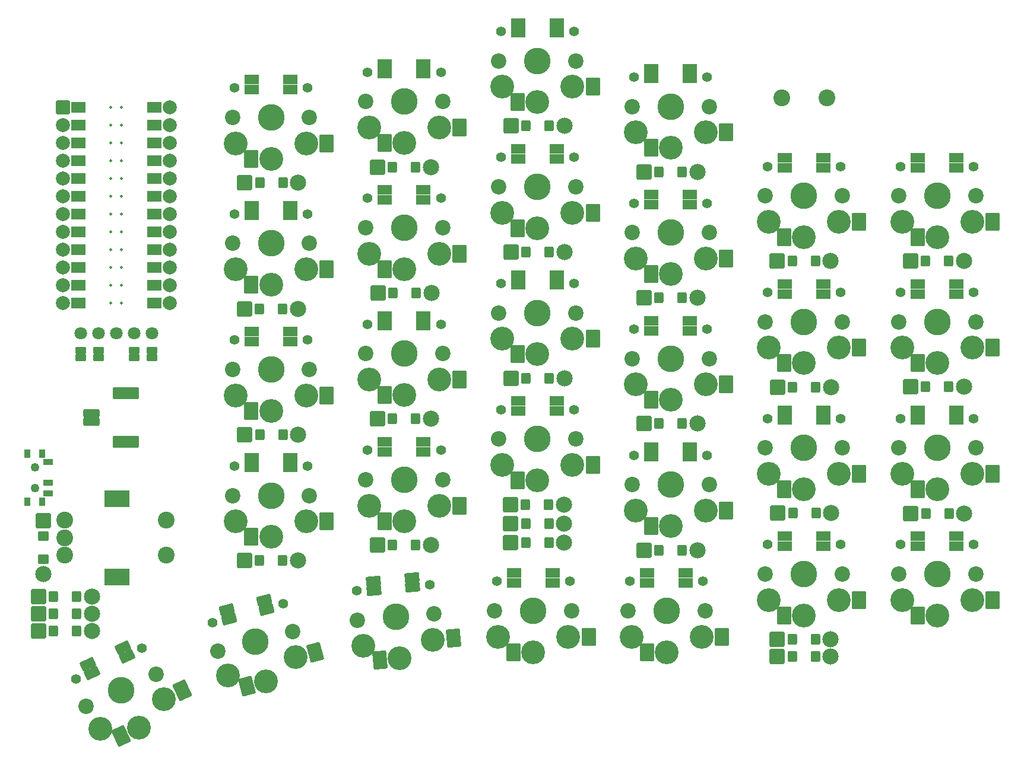
<source format=gts>
G04 #@! TF.GenerationSoftware,KiCad,Pcbnew,6.0.2+dfsg-1*
G04 #@! TF.CreationDate,2022-11-14T21:07:20+00:00*
G04 #@! TF.ProjectId,Jocket_Split_LP,4a6f636b-6574-45f5-9370-6c69745f4c50,rev?*
G04 #@! TF.SameCoordinates,Original*
G04 #@! TF.FileFunction,Soldermask,Top*
G04 #@! TF.FilePolarity,Negative*
%FSLAX46Y46*%
G04 Gerber Fmt 4.6, Leading zero omitted, Abs format (unit mm)*
G04 Created by KiCad (PCBNEW 6.0.2+dfsg-1) date 2022-11-14 21:07:20*
%MOMM*%
%LPD*%
G01*
G04 APERTURE LIST*
G04 Aperture macros list*
%AMRoundRect*
0 Rectangle with rounded corners*
0 $1 Rounding radius*
0 $2 $3 $4 $5 $6 $7 $8 $9 X,Y pos of 4 corners*
0 Add a 4 corners polygon primitive as box body*
4,1,4,$2,$3,$4,$5,$6,$7,$8,$9,$2,$3,0*
0 Add four circle primitives for the rounded corners*
1,1,$1+$1,$2,$3*
1,1,$1+$1,$4,$5*
1,1,$1+$1,$6,$7*
1,1,$1+$1,$8,$9*
0 Add four rect primitives between the rounded corners*
20,1,$1+$1,$2,$3,$4,$5,0*
20,1,$1+$1,$4,$5,$6,$7,0*
20,1,$1+$1,$6,$7,$8,$9,0*
20,1,$1+$1,$8,$9,$2,$3,0*%
%AMFreePoly0*
4,1,22,0.686777,0.580194,0.756366,0.524698,0.794986,0.444504,0.800000,0.400000,0.800000,0.200000,0.780194,0.113223,0.741421,0.058579,0.141421,-0.541421,0.066056,-0.588777,-0.022393,-0.598742,-0.106406,-0.569345,-0.141421,-0.541421,-0.741421,0.058579,-0.788777,0.133944,-0.800000,0.200000,-0.800000,0.400000,-0.780194,0.486777,-0.724698,0.556366,-0.644504,0.594986,-0.600000,0.600000,
0.600000,0.600000,0.686777,0.580194,0.686777,0.580194,$1*%
%AMFreePoly1*
4,1,26,0.706406,1.169345,0.769345,1.106406,0.798742,1.022393,0.800000,1.000000,0.800000,-0.250000,0.780194,-0.336777,0.724698,-0.406366,0.644504,-0.444986,0.600000,-0.450000,-0.600000,-0.450000,-0.686777,-0.430194,-0.756366,-0.374698,-0.794986,-0.294504,-0.800000,-0.250000,-0.800000,1.000000,-0.780194,1.086777,-0.724698,1.156366,-0.644504,1.194986,-0.555496,1.194986,-0.475302,1.156366,
-0.458579,1.141421,0.000000,0.682842,0.458579,1.141421,0.533944,1.188777,0.622393,1.198742,0.706406,1.169345,0.706406,1.169345,$1*%
G04 Aperture macros list end*
%ADD10C,0.250000*%
%ADD11C,0.100000*%
%ADD12C,2.000000*%
%ADD13FreePoly0,270.000000*%
%ADD14RoundRect,0.200000X-0.800000X0.800000X-0.800000X-0.800000X0.800000X-0.800000X0.800000X0.800000X0*%
%ADD15FreePoly0,90.000000*%
%ADD16FreePoly1,270.000000*%
%ADD17FreePoly1,90.000000*%
%ADD18C,2.400000*%
%ADD19RoundRect,0.200000X-0.450000X-0.600000X0.450000X-0.600000X0.450000X0.600000X-0.450000X0.600000X0*%
%ADD20RoundRect,0.200000X-0.889000X-0.889000X0.889000X-0.889000X0.889000X0.889000X-0.889000X0.889000X0*%
%ADD21C,2.305000*%
%ADD22RoundRect,0.200000X-0.600000X0.450000X-0.600000X-0.450000X0.600000X-0.450000X0.600000X0.450000X0*%
%ADD23RoundRect,0.200000X-0.889000X0.889000X-0.889000X-0.889000X0.889000X-0.889000X0.889000X0.889000X0*%
%ADD24C,1.400000*%
%ADD25C,3.400000*%
%ADD26C,2.200000*%
%ADD27C,3.800000*%
%ADD28RoundRect,0.200000X0.850000X0.500000X-0.850000X0.500000X-0.850000X-0.500000X0.850000X-0.500000X0*%
%ADD29RoundRect,0.200000X0.800000X1.100000X-0.800000X1.100000X-0.800000X-1.100000X0.800000X-1.100000X0*%
%ADD30RoundRect,0.200000X0.559052X0.812379X-0.981671X0.093928X-0.559052X-0.812379X0.981671X-0.093928X0*%
%ADD31RoundRect,0.200000X0.260166X1.335033X-1.189926X0.658844X-0.260166X-1.335033X1.189926X-0.658844X0*%
%ADD32RoundRect,0.200000X0.803188X0.572180X-0.890343X0.424015X-0.803188X-0.572180X0.890343X-0.424015X0*%
%ADD33RoundRect,0.200000X0.701084X1.165539X-0.892827X1.026090X-0.701084X-1.165539X0.892827X-1.026090X0*%
%ADD34RoundRect,0.200000X-1.600000X-1.000000X1.600000X-1.000000X1.600000X1.000000X-1.600000X1.000000X0*%
%ADD35RoundRect,0.200000X0.691627X0.702959X-0.950446X0.262967X-0.691627X-0.702959X0.950446X-0.262967X0*%
%ADD36RoundRect,0.200000X0.488040X1.269574X-1.057442X0.855463X-0.488040X-1.269574X1.057442X-0.855463X0*%
%ADD37RoundRect,0.200000X-0.571500X0.317500X-0.571500X-0.317500X0.571500X-0.317500X0.571500X0.317500X0*%
%ADD38C,1.797000*%
%ADD39C,1.250000*%
%ADD40RoundRect,0.200000X0.950000X-0.400000X0.950000X0.400000X-0.950000X0.400000X-0.950000X-0.400000X0*%
%ADD41RoundRect,0.200000X1.675000X-0.650000X1.675000X0.650000X-1.675000X0.650000X-1.675000X-0.650000X0*%
%ADD42RoundRect,0.200000X0.500000X-0.250000X0.500000X0.250000X-0.500000X0.250000X-0.500000X-0.250000X0*%
%ADD43RoundRect,0.200000X0.250000X0.400000X-0.250000X0.400000X-0.250000X-0.400000X0.250000X-0.400000X0*%
G04 APERTURE END LIST*
D10*
X99287000Y-54200000D02*
G75*
G03*
X99287000Y-54200000I-125000J0D01*
G01*
X99287000Y-61820000D02*
G75*
G03*
X99287000Y-61820000I-125000J0D01*
G01*
X97763000Y-56740000D02*
G75*
G03*
X97763000Y-56740000I-125000J0D01*
G01*
X97763000Y-46580000D02*
G75*
G03*
X97763000Y-46580000I-125000J0D01*
G01*
X97763000Y-64360000D02*
G75*
G03*
X97763000Y-64360000I-125000J0D01*
G01*
X97763000Y-66900000D02*
G75*
G03*
X97763000Y-66900000I-125000J0D01*
G01*
X99287000Y-64360000D02*
G75*
G03*
X99287000Y-64360000I-125000J0D01*
G01*
X99287000Y-56740000D02*
G75*
G03*
X99287000Y-56740000I-125000J0D01*
G01*
X97763000Y-49120000D02*
G75*
G03*
X97763000Y-49120000I-125000J0D01*
G01*
X97763000Y-74520000D02*
G75*
G03*
X97763000Y-74520000I-125000J0D01*
G01*
X99287000Y-46580000D02*
G75*
G03*
X99287000Y-46580000I-125000J0D01*
G01*
X97763000Y-54200000D02*
G75*
G03*
X97763000Y-54200000I-125000J0D01*
G01*
X97763000Y-59280000D02*
G75*
G03*
X97763000Y-59280000I-125000J0D01*
G01*
X99287000Y-71980000D02*
G75*
G03*
X99287000Y-71980000I-125000J0D01*
G01*
X99287000Y-66900000D02*
G75*
G03*
X99287000Y-66900000I-125000J0D01*
G01*
X99287000Y-69440000D02*
G75*
G03*
X99287000Y-69440000I-125000J0D01*
G01*
X99287000Y-74520000D02*
G75*
G03*
X99287000Y-74520000I-125000J0D01*
G01*
X99287000Y-59280000D02*
G75*
G03*
X99287000Y-59280000I-125000J0D01*
G01*
X97763000Y-69440000D02*
G75*
G03*
X97763000Y-69440000I-125000J0D01*
G01*
X99287000Y-51660000D02*
G75*
G03*
X99287000Y-51660000I-125000J0D01*
G01*
X97763000Y-61820000D02*
G75*
G03*
X97763000Y-61820000I-125000J0D01*
G01*
X97763000Y-51660000D02*
G75*
G03*
X97763000Y-51660000I-125000J0D01*
G01*
X99287000Y-49120000D02*
G75*
G03*
X99287000Y-49120000I-125000J0D01*
G01*
X97763000Y-71980000D02*
G75*
G03*
X97763000Y-71980000I-125000J0D01*
G01*
D11*
X93320000Y-74012000D02*
X93320000Y-75028000D01*
X93320000Y-75028000D02*
X92304000Y-75028000D01*
X92304000Y-75028000D02*
X92304000Y-74012000D01*
X92304000Y-74012000D02*
X93320000Y-74012000D01*
G36*
X93320000Y-75028000D02*
G01*
X92304000Y-75028000D01*
X92304000Y-74012000D01*
X93320000Y-74012000D01*
X93320000Y-75028000D01*
G37*
X93320000Y-75028000D02*
X92304000Y-75028000D01*
X92304000Y-74012000D01*
X93320000Y-74012000D01*
X93320000Y-75028000D01*
X103480000Y-75028000D02*
X103480000Y-74012000D01*
X103480000Y-74012000D02*
X104496000Y-74012000D01*
X104496000Y-74012000D02*
X104496000Y-75028000D01*
X104496000Y-75028000D02*
X103480000Y-75028000D01*
G36*
X104496000Y-75028000D02*
G01*
X103480000Y-75028000D01*
X103480000Y-74012000D01*
X104496000Y-74012000D01*
X104496000Y-75028000D01*
G37*
X104496000Y-75028000D02*
X103480000Y-75028000D01*
X103480000Y-74012000D01*
X104496000Y-74012000D01*
X104496000Y-75028000D01*
X93320000Y-48612000D02*
X93320000Y-49628000D01*
X93320000Y-49628000D02*
X92304000Y-49628000D01*
X92304000Y-49628000D02*
X92304000Y-48612000D01*
X92304000Y-48612000D02*
X93320000Y-48612000D01*
G36*
X93320000Y-49628000D02*
G01*
X92304000Y-49628000D01*
X92304000Y-48612000D01*
X93320000Y-48612000D01*
X93320000Y-49628000D01*
G37*
X93320000Y-49628000D02*
X92304000Y-49628000D01*
X92304000Y-48612000D01*
X93320000Y-48612000D01*
X93320000Y-49628000D01*
X93320000Y-53692000D02*
X93320000Y-54708000D01*
X93320000Y-54708000D02*
X92304000Y-54708000D01*
X92304000Y-54708000D02*
X92304000Y-53692000D01*
X92304000Y-53692000D02*
X93320000Y-53692000D01*
G36*
X93320000Y-54708000D02*
G01*
X92304000Y-54708000D01*
X92304000Y-53692000D01*
X93320000Y-53692000D01*
X93320000Y-54708000D01*
G37*
X93320000Y-54708000D02*
X92304000Y-54708000D01*
X92304000Y-53692000D01*
X93320000Y-53692000D01*
X93320000Y-54708000D01*
X93320000Y-46072000D02*
X93320000Y-47088000D01*
X93320000Y-47088000D02*
X92304000Y-47088000D01*
X92304000Y-47088000D02*
X92304000Y-46072000D01*
X92304000Y-46072000D02*
X93320000Y-46072000D01*
G36*
X93320000Y-47088000D02*
G01*
X92304000Y-47088000D01*
X92304000Y-46072000D01*
X93320000Y-46072000D01*
X93320000Y-47088000D01*
G37*
X93320000Y-47088000D02*
X92304000Y-47088000D01*
X92304000Y-46072000D01*
X93320000Y-46072000D01*
X93320000Y-47088000D01*
X93320000Y-56232000D02*
X93320000Y-57248000D01*
X93320000Y-57248000D02*
X92304000Y-57248000D01*
X92304000Y-57248000D02*
X92304000Y-56232000D01*
X92304000Y-56232000D02*
X93320000Y-56232000D01*
G36*
X93320000Y-57248000D02*
G01*
X92304000Y-57248000D01*
X92304000Y-56232000D01*
X93320000Y-56232000D01*
X93320000Y-57248000D01*
G37*
X93320000Y-57248000D02*
X92304000Y-57248000D01*
X92304000Y-56232000D01*
X93320000Y-56232000D01*
X93320000Y-57248000D01*
X103480000Y-49628000D02*
X103480000Y-48612000D01*
X103480000Y-48612000D02*
X104496000Y-48612000D01*
X104496000Y-48612000D02*
X104496000Y-49628000D01*
X104496000Y-49628000D02*
X103480000Y-49628000D01*
G36*
X104496000Y-49628000D02*
G01*
X103480000Y-49628000D01*
X103480000Y-48612000D01*
X104496000Y-48612000D01*
X104496000Y-49628000D01*
G37*
X104496000Y-49628000D02*
X103480000Y-49628000D01*
X103480000Y-48612000D01*
X104496000Y-48612000D01*
X104496000Y-49628000D01*
X103480000Y-69948000D02*
X103480000Y-68932000D01*
X103480000Y-68932000D02*
X104496000Y-68932000D01*
X104496000Y-68932000D02*
X104496000Y-69948000D01*
X104496000Y-69948000D02*
X103480000Y-69948000D01*
G36*
X104496000Y-69948000D02*
G01*
X103480000Y-69948000D01*
X103480000Y-68932000D01*
X104496000Y-68932000D01*
X104496000Y-69948000D01*
G37*
X104496000Y-69948000D02*
X103480000Y-69948000D01*
X103480000Y-68932000D01*
X104496000Y-68932000D01*
X104496000Y-69948000D01*
X103480000Y-47088000D02*
X103480000Y-46072000D01*
X103480000Y-46072000D02*
X104496000Y-46072000D01*
X104496000Y-46072000D02*
X104496000Y-47088000D01*
X104496000Y-47088000D02*
X103480000Y-47088000D01*
G36*
X104496000Y-47088000D02*
G01*
X103480000Y-47088000D01*
X103480000Y-46072000D01*
X104496000Y-46072000D01*
X104496000Y-47088000D01*
G37*
X104496000Y-47088000D02*
X103480000Y-47088000D01*
X103480000Y-46072000D01*
X104496000Y-46072000D01*
X104496000Y-47088000D01*
X103480000Y-64868000D02*
X103480000Y-63852000D01*
X103480000Y-63852000D02*
X104496000Y-63852000D01*
X104496000Y-63852000D02*
X104496000Y-64868000D01*
X104496000Y-64868000D02*
X103480000Y-64868000D01*
G36*
X104496000Y-64868000D02*
G01*
X103480000Y-64868000D01*
X103480000Y-63852000D01*
X104496000Y-63852000D01*
X104496000Y-64868000D01*
G37*
X104496000Y-64868000D02*
X103480000Y-64868000D01*
X103480000Y-63852000D01*
X104496000Y-63852000D01*
X104496000Y-64868000D01*
X93320000Y-58772000D02*
X93320000Y-59788000D01*
X93320000Y-59788000D02*
X92304000Y-59788000D01*
X92304000Y-59788000D02*
X92304000Y-58772000D01*
X92304000Y-58772000D02*
X93320000Y-58772000D01*
G36*
X93320000Y-59788000D02*
G01*
X92304000Y-59788000D01*
X92304000Y-58772000D01*
X93320000Y-58772000D01*
X93320000Y-59788000D01*
G37*
X93320000Y-59788000D02*
X92304000Y-59788000D01*
X92304000Y-58772000D01*
X93320000Y-58772000D01*
X93320000Y-59788000D01*
X93320000Y-66392000D02*
X93320000Y-67408000D01*
X93320000Y-67408000D02*
X92304000Y-67408000D01*
X92304000Y-67408000D02*
X92304000Y-66392000D01*
X92304000Y-66392000D02*
X93320000Y-66392000D01*
G36*
X93320000Y-67408000D02*
G01*
X92304000Y-67408000D01*
X92304000Y-66392000D01*
X93320000Y-66392000D01*
X93320000Y-67408000D01*
G37*
X93320000Y-67408000D02*
X92304000Y-67408000D01*
X92304000Y-66392000D01*
X93320000Y-66392000D01*
X93320000Y-67408000D01*
X103480000Y-67408000D02*
X103480000Y-66392000D01*
X103480000Y-66392000D02*
X104496000Y-66392000D01*
X104496000Y-66392000D02*
X104496000Y-67408000D01*
X104496000Y-67408000D02*
X103480000Y-67408000D01*
G36*
X104496000Y-67408000D02*
G01*
X103480000Y-67408000D01*
X103480000Y-66392000D01*
X104496000Y-66392000D01*
X104496000Y-67408000D01*
G37*
X104496000Y-67408000D02*
X103480000Y-67408000D01*
X103480000Y-66392000D01*
X104496000Y-66392000D01*
X104496000Y-67408000D01*
X103480000Y-57248000D02*
X103480000Y-56232000D01*
X103480000Y-56232000D02*
X104496000Y-56232000D01*
X104496000Y-56232000D02*
X104496000Y-57248000D01*
X104496000Y-57248000D02*
X103480000Y-57248000D01*
G36*
X104496000Y-57248000D02*
G01*
X103480000Y-57248000D01*
X103480000Y-56232000D01*
X104496000Y-56232000D01*
X104496000Y-57248000D01*
G37*
X104496000Y-57248000D02*
X103480000Y-57248000D01*
X103480000Y-56232000D01*
X104496000Y-56232000D01*
X104496000Y-57248000D01*
X93320000Y-61312000D02*
X93320000Y-62328000D01*
X93320000Y-62328000D02*
X92304000Y-62328000D01*
X92304000Y-62328000D02*
X92304000Y-61312000D01*
X92304000Y-61312000D02*
X93320000Y-61312000D01*
G36*
X93320000Y-62328000D02*
G01*
X92304000Y-62328000D01*
X92304000Y-61312000D01*
X93320000Y-61312000D01*
X93320000Y-62328000D01*
G37*
X93320000Y-62328000D02*
X92304000Y-62328000D01*
X92304000Y-61312000D01*
X93320000Y-61312000D01*
X93320000Y-62328000D01*
X103480000Y-59788000D02*
X103480000Y-58772000D01*
X103480000Y-58772000D02*
X104496000Y-58772000D01*
X104496000Y-58772000D02*
X104496000Y-59788000D01*
X104496000Y-59788000D02*
X103480000Y-59788000D01*
G36*
X104496000Y-59788000D02*
G01*
X103480000Y-59788000D01*
X103480000Y-58772000D01*
X104496000Y-58772000D01*
X104496000Y-59788000D01*
G37*
X104496000Y-59788000D02*
X103480000Y-59788000D01*
X103480000Y-58772000D01*
X104496000Y-58772000D01*
X104496000Y-59788000D01*
X103480000Y-72488000D02*
X103480000Y-71472000D01*
X103480000Y-71472000D02*
X104496000Y-71472000D01*
X104496000Y-71472000D02*
X104496000Y-72488000D01*
X104496000Y-72488000D02*
X103480000Y-72488000D01*
G36*
X104496000Y-72488000D02*
G01*
X103480000Y-72488000D01*
X103480000Y-71472000D01*
X104496000Y-71472000D01*
X104496000Y-72488000D01*
G37*
X104496000Y-72488000D02*
X103480000Y-72488000D01*
X103480000Y-71472000D01*
X104496000Y-71472000D01*
X104496000Y-72488000D01*
X103480000Y-54708000D02*
X103480000Y-53692000D01*
X103480000Y-53692000D02*
X104496000Y-53692000D01*
X104496000Y-53692000D02*
X104496000Y-54708000D01*
X104496000Y-54708000D02*
X103480000Y-54708000D01*
G36*
X104496000Y-54708000D02*
G01*
X103480000Y-54708000D01*
X103480000Y-53692000D01*
X104496000Y-53692000D01*
X104496000Y-54708000D01*
G37*
X104496000Y-54708000D02*
X103480000Y-54708000D01*
X103480000Y-53692000D01*
X104496000Y-53692000D01*
X104496000Y-54708000D01*
X93320000Y-51152000D02*
X93320000Y-52168000D01*
X93320000Y-52168000D02*
X92304000Y-52168000D01*
X92304000Y-52168000D02*
X92304000Y-51152000D01*
X92304000Y-51152000D02*
X93320000Y-51152000D01*
G36*
X93320000Y-52168000D02*
G01*
X92304000Y-52168000D01*
X92304000Y-51152000D01*
X93320000Y-51152000D01*
X93320000Y-52168000D01*
G37*
X93320000Y-52168000D02*
X92304000Y-52168000D01*
X92304000Y-51152000D01*
X93320000Y-51152000D01*
X93320000Y-52168000D01*
X93320000Y-71472000D02*
X93320000Y-72488000D01*
X93320000Y-72488000D02*
X92304000Y-72488000D01*
X92304000Y-72488000D02*
X92304000Y-71472000D01*
X92304000Y-71472000D02*
X93320000Y-71472000D01*
G36*
X93320000Y-72488000D02*
G01*
X92304000Y-72488000D01*
X92304000Y-71472000D01*
X93320000Y-71472000D01*
X93320000Y-72488000D01*
G37*
X93320000Y-72488000D02*
X92304000Y-72488000D01*
X92304000Y-71472000D01*
X93320000Y-71472000D01*
X93320000Y-72488000D01*
X93320000Y-68932000D02*
X93320000Y-69948000D01*
X93320000Y-69948000D02*
X92304000Y-69948000D01*
X92304000Y-69948000D02*
X92304000Y-68932000D01*
X92304000Y-68932000D02*
X93320000Y-68932000D01*
G36*
X93320000Y-69948000D02*
G01*
X92304000Y-69948000D01*
X92304000Y-68932000D01*
X93320000Y-68932000D01*
X93320000Y-69948000D01*
G37*
X93320000Y-69948000D02*
X92304000Y-69948000D01*
X92304000Y-68932000D01*
X93320000Y-68932000D01*
X93320000Y-69948000D01*
X103480000Y-62328000D02*
X103480000Y-61312000D01*
X103480000Y-61312000D02*
X104496000Y-61312000D01*
X104496000Y-61312000D02*
X104496000Y-62328000D01*
X104496000Y-62328000D02*
X103480000Y-62328000D01*
G36*
X104496000Y-62328000D02*
G01*
X103480000Y-62328000D01*
X103480000Y-61312000D01*
X104496000Y-61312000D01*
X104496000Y-62328000D01*
G37*
X104496000Y-62328000D02*
X103480000Y-62328000D01*
X103480000Y-61312000D01*
X104496000Y-61312000D01*
X104496000Y-62328000D01*
X103480000Y-52168000D02*
X103480000Y-51152000D01*
X103480000Y-51152000D02*
X104496000Y-51152000D01*
X104496000Y-51152000D02*
X104496000Y-52168000D01*
X104496000Y-52168000D02*
X103480000Y-52168000D01*
G36*
X104496000Y-52168000D02*
G01*
X103480000Y-52168000D01*
X103480000Y-51152000D01*
X104496000Y-51152000D01*
X104496000Y-52168000D01*
G37*
X104496000Y-52168000D02*
X103480000Y-52168000D01*
X103480000Y-51152000D01*
X104496000Y-51152000D01*
X104496000Y-52168000D01*
X93320000Y-63852000D02*
X93320000Y-64868000D01*
X93320000Y-64868000D02*
X92304000Y-64868000D01*
X92304000Y-64868000D02*
X92304000Y-63852000D01*
X92304000Y-63852000D02*
X93320000Y-63852000D01*
G36*
X93320000Y-64868000D02*
G01*
X92304000Y-64868000D01*
X92304000Y-63852000D01*
X93320000Y-63852000D01*
X93320000Y-64868000D01*
G37*
X93320000Y-64868000D02*
X92304000Y-64868000D01*
X92304000Y-63852000D01*
X93320000Y-63852000D01*
X93320000Y-64868000D01*
D12*
X106020000Y-66900000D03*
D13*
X104242000Y-46580000D03*
X104242000Y-61820000D03*
D12*
X106020000Y-64360000D03*
D14*
X90780000Y-46580000D03*
D12*
X106020000Y-46580000D03*
D13*
X104242000Y-51660000D03*
D15*
X92558000Y-71980000D03*
D12*
X90780000Y-74520000D03*
X106020000Y-54200000D03*
D13*
X104242000Y-71980000D03*
D12*
X90780000Y-54200000D03*
D13*
X104242000Y-64360000D03*
X104242000Y-54200000D03*
D12*
X106020000Y-56740000D03*
X106020000Y-59280000D03*
X90780000Y-71980000D03*
X106020000Y-74520000D03*
X106020000Y-69440000D03*
X90780000Y-64360000D03*
D15*
X92558000Y-49120000D03*
D12*
X90780000Y-61820000D03*
D13*
X104242000Y-69440000D03*
D15*
X92558000Y-51660000D03*
D12*
X106020000Y-61820000D03*
D15*
X92558000Y-59280000D03*
X92558000Y-61820000D03*
D13*
X104242000Y-74520000D03*
D15*
X92558000Y-54200000D03*
D13*
X104242000Y-49120000D03*
D12*
X90780000Y-59280000D03*
D13*
X104242000Y-56740000D03*
D12*
X90780000Y-51660000D03*
X106020000Y-51660000D03*
D15*
X92558000Y-69440000D03*
D12*
X106020000Y-49120000D03*
D15*
X92558000Y-74520000D03*
D12*
X90780000Y-56740000D03*
D15*
X92558000Y-46580000D03*
D12*
X90780000Y-69440000D03*
X90780000Y-46580000D03*
D15*
X92558000Y-56740000D03*
D12*
X106020000Y-71980000D03*
D13*
X104242000Y-59280000D03*
X104242000Y-66900000D03*
D12*
X90780000Y-49120000D03*
D15*
X92558000Y-64360000D03*
X92558000Y-66900000D03*
D12*
X90780000Y-66900000D03*
D16*
X103226000Y-46580000D03*
X103226000Y-49120000D03*
X103226000Y-51660000D03*
X103226000Y-54200000D03*
X103226000Y-56740000D03*
X103226000Y-59280000D03*
X103226000Y-61820000D03*
X103226000Y-64360000D03*
X103226000Y-66900000D03*
X103226000Y-69440000D03*
X103226000Y-71980000D03*
X103226000Y-74520000D03*
D17*
X93574000Y-74520000D03*
X93574000Y-71980000D03*
X93574000Y-69440000D03*
X93574000Y-66900000D03*
X93574000Y-64360000D03*
X93574000Y-61820000D03*
X93574000Y-59280000D03*
X93574000Y-56740000D03*
X93574000Y-54200000D03*
X93574000Y-51660000D03*
X93574000Y-49120000D03*
X93574000Y-46580000D03*
D18*
X199825000Y-45200000D03*
X193325000Y-45200000D03*
D19*
X118900000Y-57325000D03*
D20*
X116740000Y-57325000D03*
D19*
X122200000Y-57325000D03*
D21*
X124360000Y-57325000D03*
D20*
X135690000Y-55100000D03*
D19*
X137850000Y-55100000D03*
D21*
X143310000Y-55100000D03*
D19*
X141150000Y-55100000D03*
X156900000Y-49250000D03*
D20*
X154740000Y-49250000D03*
D19*
X160200000Y-49250000D03*
D21*
X162360000Y-49250000D03*
D20*
X173690000Y-55800000D03*
D19*
X175850000Y-55800000D03*
D21*
X181310000Y-55800000D03*
D19*
X179150000Y-55800000D03*
X194850000Y-68550000D03*
D20*
X192690000Y-68550000D03*
D19*
X198150000Y-68550000D03*
D21*
X200310000Y-68550000D03*
D19*
X213850000Y-68550000D03*
D20*
X211690000Y-68550000D03*
D21*
X219310000Y-68550000D03*
D19*
X217150000Y-68550000D03*
D20*
X116690000Y-75400000D03*
D19*
X118850000Y-75400000D03*
X122150000Y-75400000D03*
D21*
X124310000Y-75400000D03*
D19*
X137900000Y-73050000D03*
D20*
X135740000Y-73050000D03*
D19*
X141200000Y-73050000D03*
D21*
X143360000Y-73050000D03*
D20*
X154740000Y-67250000D03*
D19*
X156900000Y-67250000D03*
X160200000Y-67250000D03*
D21*
X162360000Y-67250000D03*
D20*
X173690000Y-73750000D03*
D19*
X175850000Y-73750000D03*
D21*
X181310000Y-73750000D03*
D19*
X179150000Y-73750000D03*
D20*
X192740000Y-86550000D03*
D19*
X194900000Y-86550000D03*
D21*
X200360000Y-86550000D03*
D19*
X198200000Y-86550000D03*
X213850000Y-86500000D03*
D20*
X211690000Y-86500000D03*
D19*
X217150000Y-86500000D03*
D21*
X219310000Y-86500000D03*
D19*
X118900000Y-93350000D03*
D20*
X116740000Y-93350000D03*
D19*
X122200000Y-93350000D03*
D21*
X124360000Y-93350000D03*
D19*
X137850000Y-91050000D03*
D20*
X135690000Y-91050000D03*
D21*
X143310000Y-91050000D03*
D19*
X141150000Y-91050000D03*
X156900000Y-85250000D03*
D20*
X154740000Y-85250000D03*
D21*
X162360000Y-85250000D03*
D19*
X160200000Y-85250000D03*
D20*
X173690000Y-91750000D03*
D19*
X175850000Y-91750000D03*
X179150000Y-91750000D03*
D21*
X181310000Y-91750000D03*
D20*
X192790000Y-104500000D03*
D19*
X194950000Y-104500000D03*
D21*
X200410000Y-104500000D03*
D19*
X198250000Y-104500000D03*
D20*
X211740000Y-104550000D03*
D19*
X213900000Y-104550000D03*
D21*
X219360000Y-104550000D03*
D19*
X217200000Y-104550000D03*
X118850000Y-111300000D03*
D20*
X116690000Y-111300000D03*
D21*
X124310000Y-111300000D03*
D19*
X122150000Y-111300000D03*
D20*
X135690000Y-109100000D03*
D19*
X137850000Y-109100000D03*
X141150000Y-109100000D03*
D21*
X143310000Y-109100000D03*
D19*
X156800000Y-103300000D03*
D20*
X154640000Y-103300000D03*
D21*
X162260000Y-103300000D03*
D19*
X160100000Y-103300000D03*
X175850000Y-109800000D03*
D20*
X173690000Y-109800000D03*
D21*
X181310000Y-109800000D03*
D19*
X179150000Y-109800000D03*
X194850000Y-122525000D03*
D20*
X192690000Y-122525000D03*
D19*
X198150000Y-122525000D03*
D21*
X200310000Y-122525000D03*
D19*
X194850000Y-125000000D03*
D20*
X192690000Y-125000000D03*
D19*
X198150000Y-125000000D03*
D21*
X200310000Y-125000000D03*
D22*
X88000000Y-107800000D03*
D23*
X88000000Y-105640000D03*
D22*
X88000000Y-111100000D03*
D21*
X88000000Y-113260000D03*
D20*
X87315000Y-121375000D03*
D19*
X89475000Y-121375000D03*
X92775000Y-121375000D03*
D21*
X94935000Y-121375000D03*
D19*
X89475000Y-118900000D03*
D20*
X87315000Y-118900000D03*
D21*
X94935000Y-118900000D03*
D19*
X92775000Y-118900000D03*
X89475000Y-116450000D03*
D20*
X87315000Y-116450000D03*
D21*
X94935000Y-116450000D03*
D19*
X92775000Y-116450000D03*
D20*
X154665000Y-106000000D03*
D19*
X156825000Y-106000000D03*
D21*
X162285000Y-106000000D03*
D19*
X160125000Y-106000000D03*
D24*
X125720000Y-43819500D03*
D25*
X120500000Y-53919500D03*
D26*
X126000000Y-48019500D03*
X115000000Y-48019500D03*
D25*
X115500000Y-51719500D03*
D24*
X115280000Y-43819500D03*
D27*
X120500000Y-48019500D03*
D25*
X125500000Y-51719500D03*
D28*
X117750000Y-44020500D03*
X117750000Y-42620500D03*
X123250000Y-42620500D03*
X123250000Y-44020500D03*
D29*
X117700000Y-53919500D03*
X128400000Y-51719500D03*
D27*
X139500000Y-45769500D03*
D26*
X134000000Y-45769500D03*
D25*
X144500000Y-49469500D03*
D24*
X134280000Y-41569500D03*
D25*
X139500000Y-51669500D03*
D26*
X145000000Y-45769500D03*
D24*
X144720000Y-41569500D03*
D25*
X134500000Y-49469500D03*
D28*
X136750000Y-41770500D03*
X136750000Y-40370500D03*
X142250000Y-40370500D03*
X142250000Y-41770500D03*
D29*
X136700000Y-51669500D03*
X147400000Y-49469500D03*
D26*
X164000000Y-39950000D03*
D24*
X153280000Y-35750000D03*
D26*
X153000000Y-39950000D03*
D25*
X163500000Y-43650000D03*
X153500000Y-43650000D03*
D24*
X163720000Y-35750000D03*
D27*
X158500000Y-39950000D03*
D25*
X158500000Y-45850000D03*
D28*
X155750000Y-35951000D03*
X155750000Y-34551000D03*
X161250000Y-34551000D03*
X161250000Y-35951000D03*
D29*
X155700000Y-45850000D03*
X166400000Y-43650000D03*
D24*
X182720000Y-42269500D03*
D25*
X172500000Y-50169500D03*
D24*
X172280000Y-42269500D03*
D26*
X172000000Y-46469500D03*
X183000000Y-46469500D03*
D27*
X177500000Y-46469500D03*
D25*
X182500000Y-50169500D03*
X177500000Y-52369500D03*
D28*
X174750000Y-42470500D03*
X174750000Y-41070500D03*
X180250000Y-41070500D03*
X180250000Y-42470500D03*
D29*
X174700000Y-52369500D03*
X185400000Y-50169500D03*
D24*
X201720000Y-55019500D03*
X191280000Y-55019500D03*
D26*
X191000000Y-59219500D03*
X202000000Y-59219500D03*
D25*
X201500000Y-62919500D03*
X196500000Y-65119500D03*
X191500000Y-62919500D03*
D27*
X196500000Y-59219500D03*
D28*
X193750000Y-55220500D03*
X193750000Y-53820500D03*
X199250000Y-53820500D03*
X199250000Y-55220500D03*
D29*
X193700000Y-65119500D03*
X204400000Y-62919500D03*
D24*
X115280000Y-61819500D03*
D26*
X126000000Y-66019500D03*
D24*
X125720000Y-61819500D03*
D27*
X120500000Y-66019500D03*
D26*
X115000000Y-66019500D03*
D25*
X115500000Y-69719500D03*
X120500000Y-71919500D03*
X125500000Y-69719500D03*
D28*
X117750000Y-62020500D03*
X117750000Y-60620500D03*
X123250000Y-60620500D03*
X123250000Y-62020500D03*
D29*
X117700000Y-71919500D03*
X128400000Y-69719500D03*
D25*
X139500000Y-69669500D03*
D26*
X145000000Y-63769500D03*
D25*
X144500000Y-67469500D03*
X134500000Y-67469500D03*
D27*
X139500000Y-63769500D03*
D24*
X134280000Y-59569500D03*
D26*
X134000000Y-63769500D03*
D24*
X144720000Y-59569500D03*
D28*
X136750000Y-59770500D03*
X136750000Y-58370500D03*
X142250000Y-58370500D03*
X142250000Y-59770500D03*
D29*
X136700000Y-69669500D03*
X147400000Y-67469500D03*
D26*
X164000000Y-57940000D03*
D24*
X163720000Y-53740000D03*
D27*
X158500000Y-57940000D03*
D24*
X153280000Y-53740000D03*
D26*
X153000000Y-57940000D03*
D25*
X158500000Y-63840000D03*
X163500000Y-61640000D03*
X153500000Y-61640000D03*
D28*
X155750000Y-53941000D03*
X155750000Y-52541000D03*
X161250000Y-52541000D03*
X161250000Y-53941000D03*
D29*
X155700000Y-63840000D03*
X166400000Y-61640000D03*
D24*
X172280000Y-60269500D03*
X182720000Y-60269500D03*
D26*
X172000000Y-64469500D03*
D25*
X172500000Y-68169500D03*
X182500000Y-68169500D03*
X177500000Y-70369500D03*
D27*
X177500000Y-64469500D03*
D26*
X183000000Y-64469500D03*
D28*
X174750000Y-60470500D03*
X174750000Y-59070500D03*
X180250000Y-59070500D03*
X180250000Y-60470500D03*
D29*
X174700000Y-70369500D03*
X185400000Y-68169500D03*
D26*
X191000000Y-77219500D03*
X202000000Y-77219500D03*
D25*
X196500000Y-83119500D03*
X201500000Y-80919500D03*
D27*
X196500000Y-77219500D03*
D24*
X191280000Y-73019500D03*
X201720000Y-73019500D03*
D25*
X191500000Y-80919500D03*
D28*
X193750000Y-73220500D03*
X193750000Y-71820500D03*
X199250000Y-71820500D03*
X199250000Y-73220500D03*
D29*
X193700000Y-83119500D03*
X204400000Y-80919500D03*
D26*
X210000000Y-77219500D03*
D25*
X210500000Y-80919500D03*
X220500000Y-80919500D03*
X215500000Y-83119500D03*
D24*
X220720000Y-73019500D03*
X210280000Y-73019500D03*
D27*
X215500000Y-77219500D03*
D26*
X221000000Y-77219500D03*
D28*
X212750000Y-73220500D03*
X212750000Y-71820500D03*
X218250000Y-71820500D03*
X218250000Y-73220500D03*
D29*
X212700000Y-83119500D03*
X223400000Y-80919500D03*
D24*
X115280000Y-79819500D03*
D27*
X120500000Y-84019500D03*
D26*
X126000000Y-84019500D03*
X115000000Y-84019500D03*
D25*
X120500000Y-89919500D03*
X125500000Y-87719500D03*
D24*
X125720000Y-79819500D03*
D25*
X115500000Y-87719500D03*
D28*
X117750000Y-80020500D03*
X117750000Y-78620500D03*
X123250000Y-78620500D03*
X123250000Y-80020500D03*
D29*
X117700000Y-89919500D03*
X128400000Y-87719500D03*
D27*
X139500000Y-81769500D03*
D24*
X144720000Y-77569500D03*
D25*
X134500000Y-85469500D03*
X144500000Y-85469500D03*
D24*
X134280000Y-77569500D03*
D25*
X139500000Y-87669500D03*
D26*
X145000000Y-81769500D03*
X134000000Y-81769500D03*
D28*
X136750000Y-77770500D03*
X136750000Y-76370500D03*
X142250000Y-76370500D03*
X142250000Y-77770500D03*
D29*
X136700000Y-87669500D03*
X147400000Y-85469500D03*
D25*
X153500000Y-79640000D03*
D24*
X163720000Y-71740000D03*
D26*
X153000000Y-75940000D03*
D25*
X163500000Y-79640000D03*
D27*
X158500000Y-75940000D03*
D24*
X153280000Y-71740000D03*
D25*
X158500000Y-81840000D03*
D26*
X164000000Y-75940000D03*
D28*
X155750000Y-71941000D03*
X155750000Y-70541000D03*
X161250000Y-70541000D03*
X161250000Y-71941000D03*
D29*
X155700000Y-81840000D03*
X166400000Y-79640000D03*
D24*
X182720000Y-78269500D03*
D25*
X172500000Y-86169500D03*
D24*
X172280000Y-78269500D03*
D26*
X183000000Y-82469500D03*
D25*
X182500000Y-86169500D03*
D27*
X177500000Y-82469500D03*
D26*
X172000000Y-82469500D03*
D25*
X177500000Y-88369500D03*
D28*
X174750000Y-78470500D03*
X174750000Y-77070500D03*
X180250000Y-77070500D03*
X180250000Y-78470500D03*
D29*
X174700000Y-88369500D03*
X185400000Y-86169500D03*
D26*
X202000000Y-95219500D03*
D27*
X196500000Y-95219500D03*
D25*
X191500000Y-98919500D03*
D26*
X191000000Y-95219500D03*
D25*
X201500000Y-98919500D03*
D24*
X201720000Y-91019500D03*
D25*
X196500000Y-101119500D03*
D24*
X191280000Y-91019500D03*
D28*
X193750000Y-91220500D03*
X193750000Y-89820500D03*
X199250000Y-89820500D03*
X199250000Y-91220500D03*
D29*
X193700000Y-101119500D03*
X204400000Y-98919500D03*
D25*
X220500000Y-98919500D03*
D24*
X210280000Y-91019500D03*
D25*
X210500000Y-98919500D03*
D24*
X220720000Y-91019500D03*
D25*
X215500000Y-101119500D03*
D27*
X215500000Y-95219500D03*
D26*
X210000000Y-95219500D03*
X221000000Y-95219500D03*
D28*
X212750000Y-91220500D03*
X212750000Y-89820500D03*
X218250000Y-89820500D03*
X218250000Y-91220500D03*
D29*
X212700000Y-101119500D03*
X223400000Y-98919500D03*
D25*
X125500000Y-105719500D03*
D26*
X126000000Y-102019500D03*
D25*
X120500000Y-107919500D03*
X115500000Y-105719500D03*
D27*
X120500000Y-102019500D03*
D24*
X115280000Y-97819500D03*
X125720000Y-97819500D03*
D26*
X115000000Y-102019500D03*
D28*
X117750000Y-98020500D03*
X117750000Y-96620500D03*
X123250000Y-96620500D03*
X123250000Y-98020500D03*
D29*
X117700000Y-107919500D03*
X128400000Y-105719500D03*
D26*
X134000000Y-99769500D03*
D24*
X144720000Y-95569500D03*
D25*
X144500000Y-103469500D03*
X139500000Y-105669500D03*
X134500000Y-103469500D03*
D27*
X139500000Y-99769500D03*
D24*
X134280000Y-95569500D03*
D26*
X145000000Y-99769500D03*
D28*
X136750000Y-95770500D03*
X136750000Y-94370500D03*
X142250000Y-94370500D03*
X142250000Y-95770500D03*
D29*
X136700000Y-105669500D03*
X147400000Y-103469500D03*
D25*
X153500000Y-97640000D03*
D24*
X163720000Y-89740000D03*
D25*
X163500000Y-97640000D03*
D26*
X153000000Y-93940000D03*
D25*
X158500000Y-99840000D03*
D26*
X164000000Y-93940000D03*
D24*
X153280000Y-89740000D03*
D27*
X158500000Y-93940000D03*
D28*
X155750000Y-89941000D03*
X155750000Y-88541000D03*
X161250000Y-88541000D03*
X161250000Y-89941000D03*
D29*
X155700000Y-99840000D03*
X166400000Y-97640000D03*
D27*
X177500000Y-100469500D03*
D25*
X172500000Y-104169500D03*
D24*
X182720000Y-96269500D03*
D26*
X172000000Y-100469500D03*
D25*
X177500000Y-106369500D03*
D26*
X183000000Y-100469500D03*
D25*
X182500000Y-104169500D03*
D24*
X172280000Y-96269500D03*
D28*
X174750000Y-96470500D03*
X174750000Y-95070500D03*
X180250000Y-95070500D03*
X180250000Y-96470500D03*
D29*
X174700000Y-106369500D03*
X185400000Y-104169500D03*
D25*
X191500000Y-116919500D03*
D27*
X196500000Y-113219500D03*
D25*
X201500000Y-116919500D03*
D24*
X191280000Y-109019500D03*
X201720000Y-109019500D03*
D25*
X196500000Y-119119500D03*
D26*
X202000000Y-113219500D03*
X191000000Y-113219500D03*
D28*
X193750000Y-109220500D03*
X193750000Y-107820500D03*
X199250000Y-107820500D03*
X199250000Y-109220500D03*
D29*
X193700000Y-119119500D03*
X204400000Y-116919500D03*
D24*
X210292493Y-109019500D03*
D25*
X210512493Y-116919500D03*
D26*
X210012493Y-113219500D03*
D24*
X220732493Y-109019500D03*
D27*
X215512493Y-113219500D03*
D26*
X221012493Y-113219500D03*
D25*
X220512493Y-116919500D03*
X215512493Y-119119500D03*
D28*
X212762493Y-109220500D03*
X212762493Y-107820500D03*
X218262493Y-107820500D03*
X218262493Y-109220500D03*
D29*
X212712493Y-119119500D03*
X223412493Y-116919500D03*
D25*
X101642682Y-135166181D03*
D24*
X92643311Y-128218540D03*
X102105164Y-123806405D03*
D26*
X94164541Y-132143365D03*
X104133927Y-127494565D03*
D25*
X96181383Y-135285395D03*
D27*
X99149234Y-129818965D03*
D25*
X105244461Y-131059213D03*
D30*
X94966837Y-127356840D03*
X94375172Y-126088009D03*
X99359864Y-123763609D03*
X99951530Y-125032440D03*
D31*
X99105020Y-136349512D03*
X107872753Y-129833620D03*
D26*
X132818970Y-119823524D03*
D27*
X138298041Y-119344167D03*
D25*
X138812260Y-125221716D03*
X133639544Y-123465866D03*
D24*
X132731851Y-115615102D03*
X143132123Y-114705196D03*
D25*
X143601491Y-122594309D03*
D26*
X143777112Y-118864810D03*
D32*
X135209970Y-115600063D03*
X135087952Y-114205390D03*
X140567023Y-113726034D03*
X140689041Y-115120706D03*
D33*
X136022915Y-125465752D03*
X146490455Y-122341557D03*
D24*
X163120000Y-114259500D03*
D27*
X157900000Y-118459500D03*
D25*
X157900000Y-124359500D03*
X152900000Y-122159500D03*
D26*
X152400000Y-118459500D03*
D25*
X162900000Y-122159500D03*
D24*
X152680000Y-114259500D03*
D26*
X163400000Y-118459500D03*
D28*
X155150000Y-114460500D03*
X155150000Y-113060500D03*
X160650000Y-113060500D03*
X160650000Y-114460500D03*
D29*
X155100000Y-124359500D03*
X165800000Y-122159500D03*
D19*
X156825000Y-108775000D03*
D20*
X154665000Y-108775000D03*
D21*
X162285000Y-108775000D03*
D19*
X160125000Y-108775000D03*
D18*
X91050000Y-105550000D03*
X91050000Y-110550000D03*
X91050000Y-108050000D03*
D34*
X98550000Y-102450000D03*
X98550000Y-113650000D03*
D18*
X105550000Y-110550000D03*
X105550000Y-105550000D03*
D24*
X171680000Y-114269500D03*
D25*
X176900000Y-124369500D03*
D24*
X182120000Y-114269500D03*
D25*
X181900000Y-122169500D03*
X171900000Y-122169500D03*
D26*
X171400000Y-118469500D03*
D27*
X176900000Y-118469500D03*
D26*
X182400000Y-118469500D03*
D28*
X174150000Y-114470500D03*
X174150000Y-113070500D03*
X179650000Y-113070500D03*
X179650000Y-114470500D03*
D29*
X174100000Y-124369500D03*
X184800000Y-122169500D03*
D27*
X118254370Y-122836375D03*
D25*
X114382371Y-127704396D03*
D24*
X122209463Y-117428451D03*
X112125197Y-120130522D03*
D25*
X119781402Y-128535337D03*
X124041630Y-125116205D03*
D26*
X123566962Y-121412870D03*
X112941778Y-124259880D03*
D35*
X114563057Y-119685390D03*
X114200710Y-118333094D03*
X119513302Y-116909589D03*
X119875649Y-118261885D03*
D36*
X117076810Y-129260031D03*
X126842814Y-124365630D03*
D26*
X210000000Y-59219500D03*
D27*
X215500000Y-59219500D03*
D24*
X220720000Y-55019500D03*
D25*
X220500000Y-62919500D03*
X210500000Y-62919500D03*
D26*
X221000000Y-59219500D03*
D25*
X215500000Y-65119500D03*
D24*
X210280000Y-55019500D03*
D28*
X212750000Y-55220500D03*
X212750000Y-53820500D03*
X218250000Y-53820500D03*
X218250000Y-55220500D03*
D29*
X212700000Y-65119500D03*
X223400000Y-62919500D03*
D37*
X95895000Y-81294620D03*
X95895000Y-82295380D03*
D38*
X93335000Y-78850000D03*
X95875000Y-78850000D03*
X98415000Y-78850000D03*
X100955000Y-78850000D03*
X103495000Y-78850000D03*
D37*
X100955000Y-81294620D03*
X100955000Y-82295380D03*
X103500000Y-81299620D03*
X103500000Y-82300380D03*
X93325000Y-81299620D03*
X93325000Y-82300380D03*
D39*
X86825000Y-100950000D03*
X86825000Y-97950000D03*
D40*
X94925000Y-91500000D03*
X94925000Y-90250000D03*
D41*
X99800000Y-94350000D03*
X99800000Y-87400000D03*
D39*
X86825000Y-100950000D03*
X86825000Y-97950000D03*
D42*
X88675000Y-97200000D03*
X88675000Y-100200000D03*
X88675000Y-101700000D03*
D43*
X87875000Y-96000000D03*
X85775000Y-96000000D03*
X85775000Y-102900000D03*
X87875000Y-102900000D03*
M02*

</source>
